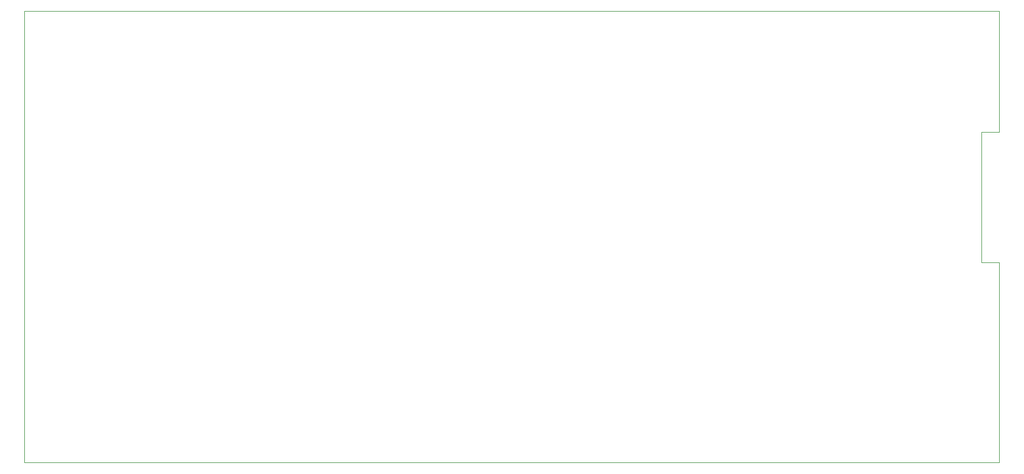
<source format=gbr>
%TF.GenerationSoftware,KiCad,Pcbnew,9.0.4*%
%TF.CreationDate,2025-12-09T23:50:13+01:00*%
%TF.ProjectId,Front Pannel,46726f6e-7420-4506-916e-6e656c2e6b69,rev?*%
%TF.SameCoordinates,Original*%
%TF.FileFunction,Profile,NP*%
%FSLAX46Y46*%
G04 Gerber Fmt 4.6, Leading zero omitted, Abs format (unit mm)*
G04 Created by KiCad (PCBNEW 9.0.4) date 2025-12-09 23:50:13*
%MOMM*%
%LPD*%
G01*
G04 APERTURE LIST*
%TA.AperFunction,Profile*%
%ADD10C,0.050000*%
%TD*%
G04 APERTURE END LIST*
D10*
X68421400Y-57520200D02*
X68421400Y-126674400D01*
X217779600Y-57520200D02*
X217779600Y-76022200D01*
X217779600Y-126674400D02*
X68421400Y-126674400D01*
X215036400Y-76022200D02*
X215036400Y-96037400D01*
X217779600Y-96037400D02*
X217779600Y-126674400D01*
X215036400Y-96037400D02*
X217779600Y-96037400D01*
X217779600Y-76022200D02*
X215036400Y-76022200D01*
X68421400Y-57520200D02*
X217779600Y-57520200D01*
M02*

</source>
